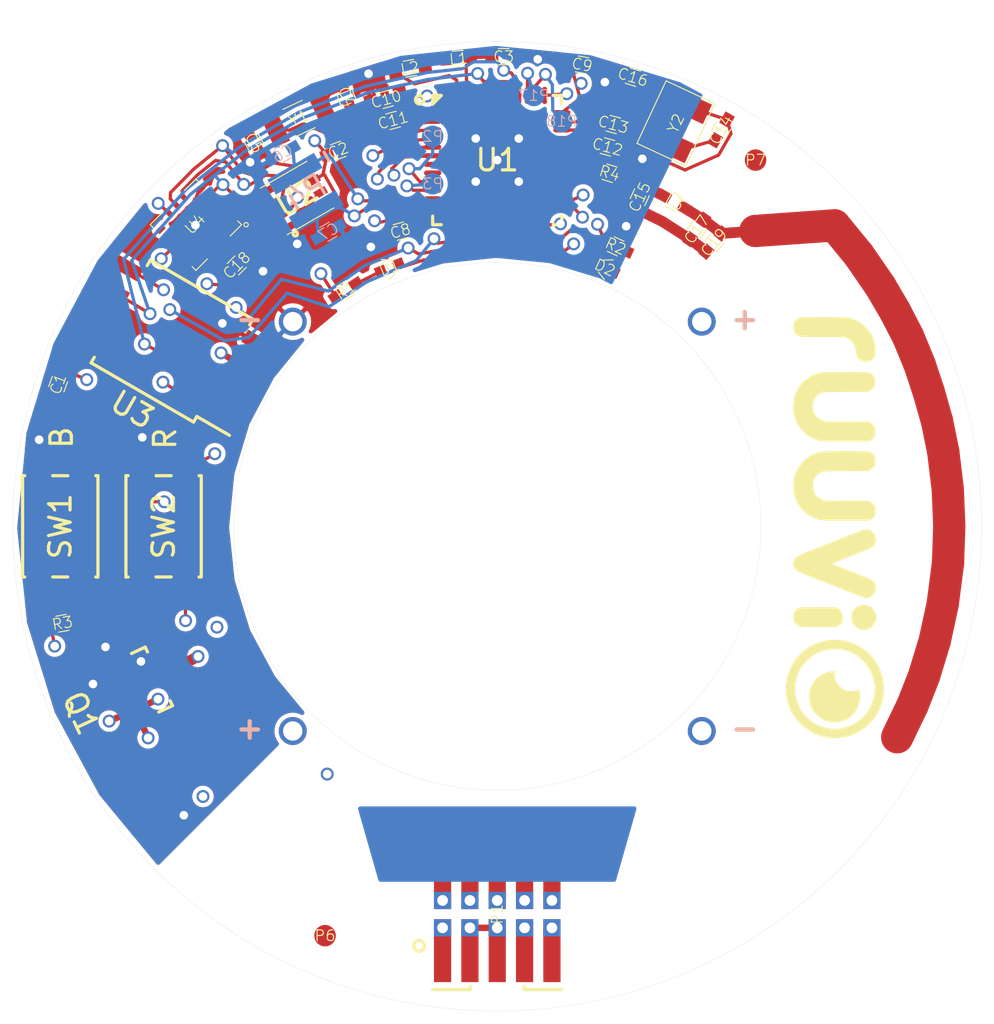
<source format=kicad_pcb>
(kicad_pcb (version 4) (host pcbnew "(2015-09-17 BZR 6202)-product")
  (layers (0 F.Cu signal) (1 In1.Cu signal) (2 In2.Cu signal) (31 B.Cu signal) (34 B.Paste user) (35 F.Paste user) (36 B.SilkS user) (37 F.SilkS user) (38 B.Mask user) (39 F.Mask user) (44 Edge.Cuts user))
  (net 0 "")
  (net 1 VDD)
  (net 2 GND)
  (net 3 "Net-(C3-Pad1)")
  (net 4 "Net-(C4-Pad2)")
  (net 5 "Net-(C5-Pad2)")
  (net 6 "Net-(C6-Pad2)")
  (net 7 "Net-(C7-Pad1)")
  (net 8 "Net-(C11-Pad2)")
  (net 9 "Net-(C12-Pad2)")
  (net 10 "Net-(C13-Pad2)")
  (net 11 /XC1)
  (net 12 /ANTENNA)
  (net 13 /XC2)
  (net 14 "Net-(C17-Pad1)")
  (net 15 /LED1)
  (net 16 "Net-(D1-Pad2)")
  (net 17 /LED3)
  (net 18 "Net-(D2-Pad2)")
  (net 19 "Net-(L1-Pad1)")
  (net 20 "Net-(L2-Pad1)")
  (net 21 /SWDIO)
  (net 22 /SWDCLK)
  (net 23 /SWO)
  (net 24 /RESET)
  (net 25 "Net-(P2-Pad1)")
  (net 26 "Net-(P3-Pad1)")
  (net 27 /BUTTON1)
  (net 28 "Net-(R4-Pad2)")
  (net 29 /SPI_ACC_CS)
  (net 30 /SPI_FLASH_CS)
  (net 31 /SPI_HUMI_CS)
  (net 32 /ACC_INT1)
  (net 33 /SPI_MOSI)
  (net 34 /SPI_MISO)
  (net 35 /SPI_SCK)
  (net 36 "Net-(P1-Pad7)")
  (net 37 "Net-(P1-Pad8)")
  (net 38 "Net-(P17-Pad1)")
  (net 39 "Net-(P18-Pad1)")
  (net 40 "Net-(P8-Pad1)")
  (module RuuviTag:2PIN_2MM_PITCH_SMD_PIN_STRIP (layer B.Cu) (at 13.6 7 210)
    (fp_text reference P4 (at 0 0 210) (layer B.SilkS) (effects (justify mirror)))
    (fp_text value NFC)
    (pad 1 smd rect (at 0 1 210) (size 2.5 0.8) (layers B.Cu B.Mask) (net 6 "Net-(C6-Pad2)"))
    (pad 2 smd rect (at 0 -1 210) (size 2.5 0.8) (layers B.Cu B.Mask) (net 7 "Net-(C7-Pad1)"))
  )
  (module Buttons_Switches_SMD:SW_SPST_EVQP2 (layer F.Cu) (at 7 22.5 90)
    (fp_text reference SW2 (at 0 0 90) (layer F.SilkS))
    (fp_text value SW_PUSH)
    (pad 1 smd rect (at 2.575 -1 90) (size 1.45 0.7) (layers F.Cu F.Paste F.Mask) (net 2 GND))
    (pad 1 smd rect (at -2.575 -1 90) (size 1.45 0.7) (layers F.Cu F.Paste F.Mask) (net 2 GND))
    (pad 2 smd rect (at -2.575 1 90) (size 1.45 0.7) (layers F.Cu F.Paste F.Mask) (net 24 /RESET))
    (pad 2 smd rect (at 2.575 1 90) (size 1.45 0.7) (layers F.Cu F.Paste F.Mask) (net 24 /RESET))
  )
  (module Buttons_Switches_SMD:SW_SPST_EVQP2 (layer F.Cu) (at 2.2 22.5 90)
    (fp_text reference SW1 (at 0 0 90) (layer F.SilkS))
    (fp_text value SW_PUSH)
    (pad 1 smd rect (at 2.575 -1 90) (size 1.45 0.7) (layers F.Cu F.Paste F.Mask) (net 2 GND))
    (pad 1 smd rect (at -2.575 -1 90) (size 1.45 0.7) (layers F.Cu F.Paste F.Mask) (net 2 GND))
    (pad 2 smd rect (at -2.575 1 90) (size 1.45 0.7) (layers F.Cu F.Paste F.Mask) (net 27 /BUTTON1))
    (pad 2 smd rect (at 2.575 1 90) (size 1.45 0.7) (layers F.Cu F.Paste F.Mask) (net 27 /BUTTON1))
  )
  (module RuuviTag:0402_GENERAL (layer F.Cu) (at 15.11 5.06 20)
    (fp_text reference C2 (at 0 0 20) (layer F.SilkS) (effects (font (size 0.5 0.5) (thickness 0.05))))
    (fp_text value 100n)
    (pad 1 smd rect (at -0.55 0 20) (size 0.6 0.5) (layers F.Cu F.Paste F.Mask) (net 1 VDD))
    (pad 2 smd rect (at 0.55 0 20) (size 0.6 0.5) (layers F.Cu F.Paste F.Mask) (net 2 GND))
  )
  (module RuuviTag:0402_GENERAL (layer F.Cu) (at 22.8 0.7)
    (fp_text reference C3 (at 0 0) (layer F.SilkS) (effects (font (size 0.5 0.5) (thickness 0.05))))
    (fp_text value 1u)
    (pad 1 smd rect (at -0.55 0) (size 0.6 0.5) (layers F.Cu F.Paste F.Mask) (net 3 "Net-(C3-Pad1)"))
    (pad 2 smd rect (at 0.55 0) (size 0.6 0.5) (layers F.Cu F.Paste F.Mask) (net 2 GND))
  )
  (module RuuviTag:0402_GENERAL (layer F.Cu) (at 15.49 2.57 110)
    (fp_text reference C4 (at 0 0 110) (layer F.SilkS) (effects (font (size 0.5 0.5) (thickness 0.05))))
    (fp_text value 12p)
    (pad 1 smd rect (at -0.55 0 110) (size 0.6 0.5) (layers F.Cu F.Paste F.Mask) (net 2 GND))
    (pad 2 smd rect (at 0.55 0 110) (size 0.6 0.5) (layers F.Cu F.Paste F.Mask) (net 4 "Net-(C4-Pad2)"))
  )
  (module RuuviTag:0402_GENERAL (layer F.Cu) (at 11.2 4.7 120)
    (fp_text reference C5 (at 0 0 120) (layer F.SilkS) (effects (font (size 0.5 0.5) (thickness 0.05))))
    (fp_text value 12p)
    (pad 1 smd rect (at -0.55 0 120) (size 0.6 0.5) (layers F.Cu F.Paste F.Mask) (net 2 GND))
    (pad 2 smd rect (at 0.55 0 120) (size 0.6 0.5) (layers F.Cu F.Paste F.Mask) (net 5 "Net-(C5-Pad2)"))
  )
  (module RuuviTag:0402_GENERAL (layer B.Cu) (at 12.53 5.19 30)
    (fp_text reference C6 (at 0 0 30) (layer B.SilkS) (effects (font (size 0.5 0.5) (thickness 0.05)) (justify mirror)))
    (fp_text value NFCTUN1)
    (pad 1 smd rect (at -0.55 0 30) (size 0.6 0.5) (layers B.Cu B.Paste B.Mask) (net 2 GND))
    (pad 2 smd rect (at 0.55 0 30) (size 0.6 0.5) (layers B.Cu B.Paste B.Mask) (net 6 "Net-(C6-Pad2)"))
  )
  (module RuuviTag:0402_GENERAL (layer B.Cu) (at 14.66 8.83 30)
    (fp_text reference C7 (at 0 0 30) (layer B.SilkS) (effects (font (size 0.5 0.5) (thickness 0.05)) (justify mirror)))
    (fp_text value NFCTUN2)
    (pad 1 smd rect (at -0.55 0 30) (size 0.6 0.5) (layers B.Cu B.Paste B.Mask) (net 7 "Net-(C7-Pad1)"))
    (pad 2 smd rect (at 0.55 0 30) (size 0.6 0.5) (layers B.Cu B.Paste B.Mask) (net 2 GND))
  )
  (module RuuviTag:0402_GENERAL (layer F.Cu) (at 18 8.8 15)
    (fp_text reference C8 (at 0 0 15) (layer F.SilkS) (effects (font (size 0.5 0.5) (thickness 0.05))))
    (fp_text value 100n)
    (pad 1 smd rect (at -0.55 0 15) (size 0.6 0.5) (layers F.Cu F.Paste F.Mask) (net 2 GND))
    (pad 2 smd rect (at 0.55 0 15) (size 0.6 0.5) (layers F.Cu F.Paste F.Mask) (net 1 VDD))
  )
  (module RuuviTag:0402_GENERAL (layer F.Cu) (at 26.44 1.08 170)
    (fp_text reference C9 (at 0 0 170) (layer F.SilkS) (effects (font (size 0.5 0.5) (thickness 0.05))))
    (fp_text value 100n)
    (pad 1 smd rect (at -0.55 0 170) (size 0.6 0.5) (layers F.Cu F.Paste F.Mask) (net 2 GND))
    (pad 2 smd rect (at 0.55 0 170) (size 0.6 0.5) (layers F.Cu F.Paste F.Mask) (net 1 VDD))
  )
  (module RuuviTag:0402_GENERAL (layer F.Cu) (at 17.66 3.66 15)
    (fp_text reference C11 (at 0 0 15) (layer F.SilkS) (effects (font (size 0.5 0.5) (thickness 0.05))))
    (fp_text value 100n)
    (pad 1 smd rect (at -0.55 0 15) (size 0.6 0.5) (layers F.Cu F.Paste F.Mask) (net 2 GND))
    (pad 2 smd rect (at 0.55 0 15) (size 0.6 0.5) (layers F.Cu F.Paste F.Mask) (net 8 "Net-(C11-Pad2)"))
  )
  (module RuuviTag:0402_GENERAL (layer F.Cu) (at 27.62 4.89 165)
    (fp_text reference C12 (at 0 0 165) (layer F.SilkS) (effects (font (size 0.5 0.5) (thickness 0.05))))
    (fp_text value 100p)
    (pad 1 smd rect (at -0.55 0 165) (size 0.6 0.5) (layers F.Cu F.Paste F.Mask) (net 2 GND))
    (pad 2 smd rect (at 0.55 0 165) (size 0.6 0.5) (layers F.Cu F.Paste F.Mask) (net 9 "Net-(C12-Pad2)"))
  )
  (module RuuviTag:0402_GENERAL (layer F.Cu) (at 27.89 3.85 165)
    (fp_text reference C13 (at 0 0 165) (layer F.SilkS) (effects (font (size 0.5 0.5) (thickness 0.05))))
    (fp_text value 100p)
    (pad 1 smd rect (at -0.55 0 165) (size 0.6 0.5) (layers F.Cu F.Paste F.Mask) (net 2 GND))
    (pad 2 smd rect (at 0.55 0 165) (size 0.6 0.5) (layers F.Cu F.Paste F.Mask) (net 10 "Net-(C13-Pad2)"))
  )
  (module RuuviTag:0402_GENERAL (layer F.Cu) (at 32.9 4.1 240)
    (fp_text reference C14 (at 0 0 240) (layer F.SilkS) (effects (font (size 0.5 0.5) (thickness 0.05))))
    (fp_text value 12p)
    (pad 1 smd rect (at -0.55 0 240) (size 0.6 0.5) (layers F.Cu F.Paste F.Mask) (net 2 GND))
    (pad 2 smd rect (at 0.55 0 240) (size 0.6 0.5) (layers F.Cu F.Paste F.Mask) (net 11 /XC1))
  )
  (module RuuviTag:0402_GENERAL (layer F.Cu) (at 29.12 7.22 245)
    (fp_text reference C15 (at 0 0 245) (layer F.SilkS) (effects (font (size 0.5 0.5) (thickness 0.05))))
    (fp_text value 0p8)
    (pad 1 smd rect (at -0.55 0 245) (size 0.6 0.5) (layers F.Cu F.Paste F.Mask) (net 12 /ANTENNA))
    (pad 2 smd rect (at 0.55 0 245) (size 0.6 0.5) (layers F.Cu F.Paste F.Mask) (net 2 GND))
  )
  (module RuuviTag:0402_GENERAL (layer F.Cu) (at 28.8 1.65 343)
    (fp_text reference C16 (at 0 0 343) (layer F.SilkS) (effects (font (size 0.5 0.5) (thickness 0.05))))
    (fp_text value 12p)
    (pad 1 smd rect (at -0.55 0 343) (size 0.6 0.5) (layers F.Cu F.Paste F.Mask) (net 2 GND))
    (pad 2 smd rect (at 0.55 0 343) (size 0.6 0.5) (layers F.Cu F.Paste F.Mask) (net 13 /XC2))
  )
  (module RuuviTag:0402_GENERAL (layer F.Cu) (at 31.77 8.72 235)
    (fp_text reference C17 (at 0 0 235) (layer F.SilkS) (effects (font (size 0.5 0.5) (thickness 0.05))))
    (fp_text value 1p2)
    (pad 1 smd rect (at -0.55 0 235) (size 0.6 0.5) (layers F.Cu F.Paste F.Mask) (net 14 "Net-(C17-Pad1)"))
    (pad 2 smd rect (at 0.55 0 235) (size 0.6 0.5) (layers F.Cu F.Paste F.Mask) (net 2 GND))
  )
  (module RuuviTag:0402_GENERAL (layer F.Cu) (at 32.57 9.33 230)
    (fp_text reference C19 (at 0 0 230) (layer F.SilkS) (effects (font (size 0.5 0.5) (thickness 0.05))))
    (fp_text value 1p2)
    (pad 1 smd rect (at -0.55 0 230) (size 0.6 0.5) (layers F.Cu F.Paste F.Mask) (net 14 "Net-(C17-Pad1)"))
    (pad 2 smd rect (at 0.55 0 230) (size 0.6 0.5) (layers F.Cu F.Paste F.Mask) (net 2 GND))
  )
  (module RuuviTag:0402_LED (layer F.Cu) (at 17.5 10.5 202)
    (fp_text reference D1 (at 0 0 202) (layer F.SilkS) (effects (font (size 0.5 0.5) (thickness 0.05))))
    (fp_text value LED1)
    (pad 1 smd rect (at -0.45 0 202) (size 0.5 0.5) (layers F.Cu F.Paste F.Mask) (net 15 /LED1))
    (pad 2 smd rect (at 0.45 0 202) (size 0.5 0.5) (layers F.Cu F.Paste F.Mask) (net 16 "Net-(D1-Pad2)"))
  )
  (module RuuviTag:0402_LED (layer F.Cu) (at 27.5 10.5 335)
    (fp_text reference D2 (at 0 0 335) (layer F.SilkS) (effects (font (size 0.5 0.5) (thickness 0.05))))
    (fp_text value LED3)
    (pad 1 smd rect (at -0.45 0 335) (size 0.5 0.5) (layers F.Cu F.Paste F.Mask) (net 17 /LED3))
    (pad 2 smd rect (at 0.45 0 335) (size 0.5 0.5) (layers F.Cu F.Paste F.Mask) (net 18 "Net-(D2-Pad2)"))
  )
  (module RuuviTag:0402_GENERAL (layer F.Cu) (at 20.7 0.8 5)
    (fp_text reference L1 (at 0 0 5) (layer F.SilkS) (effects (font (size 0.5 0.5) (thickness 0.05))))
    (fp_text value 15n)
    (pad 1 smd rect (at -0.55 0 5) (size 0.6 0.5) (layers F.Cu F.Paste F.Mask) (net 19 "Net-(L1-Pad1)"))
    (pad 2 smd rect (at 0.55 0 5) (size 0.6 0.5) (layers F.Cu F.Paste F.Mask) (net 3 "Net-(C3-Pad1)"))
  )
  (module RuuviTag:0603_GENERAL (layer F.Cu) (at 18.44 1.24 10)
    (fp_text reference L2 (at 0 0 10) (layer F.SilkS) (effects (font (size 0.5 0.5) (thickness 0.05))))
    (fp_text value 10u)
    (pad 1 smd rect (at -0.7 0 10) (size 0.6 0.8) (layers F.Cu F.Paste F.Mask) (net 20 "Net-(L2-Pad1)"))
    (pad 2 smd rect (at 0.7 0 10) (size 0.6 0.8) (layers F.Cu F.Paste F.Mask) (net 19 "Net-(L1-Pad1)"))
  )
  (module RuuviTag:0402_GENERAL (layer F.Cu) (at 30.73 7.45 330)
    (fp_text reference L3 (at 0 0 330) (layer F.SilkS) (effects (font (size 0.5 0.5) (thickness 0.05))))
    (fp_text value 3n9)
    (pad 1 smd rect (at -0.55 0 330) (size 0.6 0.5) (layers F.Cu F.Paste F.Mask) (net 12 /ANTENNA))
    (pad 2 smd rect (at 0.55 0 330) (size 0.6 0.5) (layers F.Cu F.Paste F.Mask) (net 14 "Net-(C17-Pad1)"))
  )
  (module RuuviTag:FIDUCIAL_1MM (layer F.Cu) (at 14.5 41.5)
    (fp_text reference P6 (at 0 0) (layer F.SilkS) (effects (font (size 0.5 0.5) (thickness 0.05))))
    (fp_text value FIDUCIAL)
    (pad 1 smd circle (at 0 0) (size 1 1) (layers F.Cu F.Mask) (clearance 0.5))
  )
  (module RuuviTag:FIDUCIAL_1MM (layer F.Cu) (at 34.5 5.5)
    (fp_text reference P7 (at 0 0) (layer F.SilkS) (effects (font (size 0.5 0.5) (thickness 0.05))))
    (fp_text value FIDUCIAL)
    (pad 1 smd circle (at 0 0) (size 1 1) (layers F.Cu F.Mask) (clearance 0.5))
  )
  (module Housings_SOT-23_SOT-143_TSOT-6:SOT-23 (layer F.Cu) (at 6.19 29.74 295)
    (fp_text reference Q1 (at 0.015487 3.350457 295) (layer F.SilkS))
    (fp_text value Q_PMOS_GSD)
    (pad 1 smd rect (at -0.95 1.00076 295) (size 0.8001 0.8001) (layers F.Cu F.Paste F.Mask) (net 2 GND))
    (pad 2 smd rect (at 0.95 1.00076 295) (size 0.8001 0.8001) (layers F.Cu F.Paste F.Mask) (net 1 VDD))
    (pad 3 smd rect (at 0 -0.99822 295) (size 0.8001 0.8001) (layers F.Cu F.Paste F.Mask) (net 40 "Net-(P8-Pad1)"))
  )
  (module RuuviTag:0402_GENERAL (layer F.Cu) (at 15.46 11.55 213)
    (fp_text reference R1 (at 0 0 213) (layer F.SilkS) (effects (font (size 0.5 0.5) (thickness 0.05))))
    (fp_text value 470)
    (pad 1 smd rect (at -0.55 0 213) (size 0.6 0.5) (layers F.Cu F.Paste F.Mask) (net 16 "Net-(D1-Pad2)"))
    (pad 2 smd rect (at 0.55 0 213) (size 0.6 0.5) (layers F.Cu F.Paste F.Mask) (net 1 VDD))
  )
  (module RuuviTag:0402_GENERAL (layer F.Cu) (at 28 9.5 155)
    (fp_text reference R2 (at 0 0 155) (layer F.SilkS) (effects (font (size 0.5 0.5) (thickness 0.05))))
    (fp_text value 470)
    (pad 1 smd rect (at -0.55 0 155) (size 0.6 0.5) (layers F.Cu F.Paste F.Mask) (net 18 "Net-(D2-Pad2)"))
    (pad 2 smd rect (at 0.55 0 155) (size 0.6 0.5) (layers F.Cu F.Paste F.Mask) (net 1 VDD))
  )
  (module RuuviTag:0402_GENERAL (layer F.Cu) (at 2.3 27 190)
    (fp_text reference R3 (at 0 0 190) (layer F.SilkS) (effects (font (size 0.5 0.5) (thickness 0.05))))
    (fp_text value 100k)
    (pad 1 smd rect (at -0.55 0 190) (size 0.6 0.5) (layers F.Cu F.Paste F.Mask) (net 27 /BUTTON1))
    (pad 2 smd rect (at 0.55 0 190) (size 0.6 0.5) (layers F.Cu F.Paste F.Mask) (net 1 VDD))
  )
  (module RuuviTag:0603_GENERAL (layer F.Cu) (at 27.72 6.11 163)
    (fp_text reference R4 (at 0 0 163) (layer F.SilkS) (effects (font (size 0.5 0.5) (thickness 0.05))))
    (fp_text value 0)
    (pad 1 smd rect (at -0.7 0 163) (size 0.6 0.8) (layers F.Cu F.Paste F.Mask) (net 12 /ANTENNA))
    (pad 2 smd rect (at 0.7 0 163) (size 0.6 0.8) (layers F.Cu F.Paste F.Mask) (net 28 "Net-(R4-Pad2)"))
  )
  (module RuuviTag:QFN-48_6X6MM_BOTPAD (layer F.Cu) (at 22.5 5.5)
    (fp_text reference U1 (at 0 0) (layer F.SilkS))
    (fp_text value nRF52832)
    (pad 1 smd oval (at -3 -2.2 90) (size 0.24 0.8) (layers F.Cu F.Paste F.Mask) (net 8 "Net-(C11-Pad2)"))
    (pad 2 smd oval (at -3 -1.8 90) (size 0.24 0.8) (layers F.Cu F.Paste F.Mask) (net 4 "Net-(C4-Pad2)"))
    (pad 3 smd oval (at -3 -1.4 90) (size 0.24 0.8) (layers F.Cu F.Paste F.Mask) (net 5 "Net-(C5-Pad2)"))
    (pad 4 smd oval (at -3 -1 90) (size 0.24 0.8) (layers F.Cu F.Paste F.Mask) (net 32 /ACC_INT1))
    (pad 5 smd oval (at -3 -0.6 90) (size 0.24 0.8) (layers F.Cu F.Paste F.Mask) (net 31 /SPI_HUMI_CS))
    (pad 6 smd oval (at -3 -0.2 90) (size 0.24 0.8) (layers F.Cu F.Paste F.Mask) (net 30 /SPI_FLASH_CS))
    (pad 7 smd oval (at -3 0.2 90) (size 0.24 0.8) (layers F.Cu F.Paste F.Mask))
    (pad 8 smd oval (at -3 0.6 90) (size 0.24 0.8) (layers F.Cu F.Paste F.Mask))
    (pad 9 smd oval (at -3 1 90) (size 0.24 0.8) (layers F.Cu F.Paste F.Mask) (net 25 "Net-(P2-Pad1)"))
    (pad 10 smd oval (at -3 1.4 90) (size 0.24 0.8) (layers F.Cu F.Paste F.Mask) (net 26 "Net-(P3-Pad1)"))
    (pad 11 smd oval (at -3 1.8 90) (size 0.24 0.8) (layers F.Cu F.Paste F.Mask) (net 6 "Net-(C6-Pad2)"))
    (pad 12 smd oval (at -3 2.2 90) (size 0.24 0.8) (layers F.Cu F.Paste F.Mask) (net 7 "Net-(C7-Pad1)"))
    (pad 13 smd oval (at -2.2 3) (size 0.24 0.8) (layers F.Cu F.Paste F.Mask) (net 1 VDD))
    (pad 14 smd oval (at -1.8 3) (size 0.24 0.8) (layers F.Cu F.Paste F.Mask) (net 29 /SPI_ACC_CS))
    (pad 15 smd oval (at -1.4 3) (size 0.24 0.8) (layers F.Cu F.Paste F.Mask))
    (pad 16 smd oval (at -1 3) (size 0.24 0.8) (layers F.Cu F.Paste F.Mask) (net 27 /BUTTON1))
    (pad 17 smd oval (at -0.6 3) (size 0.24 0.8) (layers F.Cu F.Paste F.Mask))
    (pad 18 smd oval (at -0.2 3) (size 0.24 0.8) (layers F.Cu F.Paste F.Mask))
    (pad 19 smd oval (at 0.2 3) (size 0.24 0.8) (layers F.Cu F.Paste F.Mask))
    (pad 20 smd oval (at 0.6 3) (size 0.24 0.8) (layers F.Cu F.Paste F.Mask) (net 15 /LED1))
    (pad 21 smd oval (at 1 3) (size 0.24 0.8) (layers F.Cu F.Paste F.Mask) (net 23 /SWO))
    (pad 22 smd oval (at 1.4 3) (size 0.24 0.8) (layers F.Cu F.Paste F.Mask) (net 17 /LED3))
    (pad 23 smd oval (at 1.8 3) (size 0.24 0.8) (layers F.Cu F.Paste F.Mask))
    (pad 24 smd oval (at 2.2 3) (size 0.24 0.8) (layers F.Cu F.Paste F.Mask) (net 24 /RESET))
    (pad 25 smd oval (at 3 2.2 90) (size 0.24 0.8) (layers F.Cu F.Paste F.Mask) (net 22 /SWDCLK))
    (pad 26 smd oval (at 3 1.8 90) (size 0.24 0.8) (layers F.Cu F.Paste F.Mask) (net 21 /SWDIO))
    (pad 27 smd oval (at 3 1.4 90) (size 0.24 0.8) (layers F.Cu F.Paste F.Mask))
    (pad 28 smd oval (at 3 1 90) (size 0.24 0.8) (layers F.Cu F.Paste F.Mask))
    (pad 29 smd oval (at 3 0.6 90) (size 0.24 0.8) (layers F.Cu F.Paste F.Mask))
    (pad 30 smd oval (at 3 0.2 90) (size 0.24 0.8) (layers F.Cu F.Paste F.Mask) (net 28 "Net-(R4-Pad2)"))
    (pad 31 smd oval (at 3 -0.2 90) (size 0.24 0.8) (layers F.Cu F.Paste F.Mask) (net 2 GND))
    (pad 32 smd oval (at 3 -0.6 90) (size 0.24 0.8) (layers F.Cu F.Paste F.Mask) (net 9 "Net-(C12-Pad2)"))
    (pad 33 smd oval (at 3 -1 90) (size 0.24 0.8) (layers F.Cu F.Paste F.Mask) (net 10 "Net-(C13-Pad2)"))
    (pad 34 smd oval (at 3 -1.4 90) (size 0.24 0.8) (layers F.Cu F.Paste F.Mask) (net 11 /XC1))
    (pad 35 smd oval (at 3 -1.8 90) (size 0.24 0.8) (layers F.Cu F.Paste F.Mask) (net 13 /XC2))
    (pad 36 smd oval (at 3 -2.2 90) (size 0.24 0.8) (layers F.Cu F.Paste F.Mask) (net 1 VDD))
    (pad 37 smd oval (at 2.2 -3) (size 0.24 0.8) (layers F.Cu F.Paste F.Mask) (net 33 /SPI_MOSI))
    (pad 38 smd oval (at 1.8 -3) (size 0.24 0.8) (layers F.Cu F.Paste F.Mask) (net 39 "Net-(P18-Pad1)"))
    (pad 39 smd oval (at 1.4 -3) (size 0.24 0.8) (layers F.Cu F.Paste F.Mask) (net 38 "Net-(P17-Pad1)"))
    (pad 40 smd oval (at 1 -3) (size 0.24 0.8) (layers F.Cu F.Paste F.Mask) (net 34 /SPI_MISO))
    (pad 41 smd oval (at 0.6 -3) (size 0.24 0.8) (layers F.Cu F.Paste F.Mask) (net 35 /SPI_SCK))
    (pad 42 smd oval (at 0.2 -3) (size 0.24 0.8) (layers F.Cu F.Paste F.Mask))
    (pad 43 smd oval (at -0.2 -3) (size 0.24 0.8) (layers F.Cu F.Paste F.Mask))
    (pad 44 smd oval (at -0.6 -3) (size 0.24 0.8) (layers F.Cu F.Paste F.Mask))
    (pad 45 smd oval (at -1 -3) (size 0.24 0.8) (layers F.Cu F.Paste F.Mask) (net 2 GND))
    (pad 46 smd oval (at -1.4 -3) (size 0.24 0.8) (layers F.Cu F.Paste F.Mask) (net 3 "Net-(C3-Pad1)"))
    (pad 47 smd oval (at -1.8 -3) (size 0.24 0.8) (layers F.Cu F.Paste F.Mask) (net 20 "Net-(L2-Pad1)"))
    (pad 48 smd oval (at -2.2 -3) (size 0.24 0.8) (layers F.Cu F.Paste F.Mask) (net 1 VDD))
    (pad 49 smd rect (at 0 0) (size 4.4 4.4) (layers F.Cu F.Mask) (net 2 GND))
  )
  (module RuuviTag:BME280 (layer F.Cu) (at 13.2 7.26 210)
    (fp_text reference U2 (at 0 0 210) (layer F.SilkS))
    (fp_text value BME280)
    (pad 1 smd rect (at 1.075 -0.975 210) (size 0.6 0.35) (layers F.Cu F.Paste F.Mask) (net 2 GND))
    (pad 2 smd rect (at 1.075 -0.325 210) (size 0.6 0.35) (layers F.Cu F.Paste F.Mask) (net 31 /SPI_HUMI_CS))
    (pad 3 smd rect (at 1.075 0.325 210) (size 0.6 0.35) (layers F.Cu F.Paste F.Mask) (net 33 /SPI_MOSI))
    (pad 4 smd rect (at 1.075 0.975 210) (size 0.6 0.35) (layers F.Cu F.Paste F.Mask) (net 35 /SPI_SCK))
    (pad 5 smd rect (at -1.075 0.975 210) (size 0.6 0.35) (layers F.Cu F.Paste F.Mask) (net 34 /SPI_MISO))
    (pad 6 smd rect (at -1.075 0.325 210) (size 0.6 0.35) (layers F.Cu F.Paste F.Mask) (net 1 VDD))
    (pad 7 smd rect (at -1.075 -0.325 210) (size 0.6 0.35) (layers F.Cu F.Paste F.Mask) (net 2 GND))
    (pad 8 smd rect (at -1.075 -0.975 210) (size 0.6 0.35) (layers F.Cu F.Paste F.Mask) (net 1 VDD))
  )
  (module RuuviTag:LGA16_3X3MM (layer F.Cu) (at 8.5 8.5 225)
    (fp_text reference U4 (at 0 0.05 225) (layer F.SilkS) (effects (font (size 0.5 0.5) (thickness 0.05))))
    (fp_text value ADXL363)
    (pad 1 smd rect (at -1.3 -1 225) (size 0.4 0.25) (layers F.Cu F.Paste F.Mask) (net 1 VDD))
    (pad 2 smd rect (at -1.3 -0.5 225) (size 0.4 0.25) (layers F.Cu F.Paste F.Mask))
    (pad 3 smd rect (at -1.3 0 225) (size 0.4 0.25) (layers F.Cu F.Paste F.Mask))
    (pad 4 smd rect (at -1.3 0.5 225) (size 0.4 0.25) (layers F.Cu F.Paste F.Mask) (net 35 /SPI_SCK))
    (pad 5 smd rect (at -1.3 1 225) (size 0.4 0.25) (layers F.Cu F.Paste F.Mask) (net 2 GND))
    (pad 6 smd rect (at -0.5 1.3 315) (size 0.4 0.25) (layers F.Cu F.Paste F.Mask) (net 33 /SPI_MOSI))
    (pad 7 smd rect (at 0 1.3 315) (size 0.4 0.25) (layers F.Cu F.Paste F.Mask) (net 34 /SPI_MISO))
    (pad 8 smd rect (at 0.5 1.3 315) (size 0.4 0.25) (layers F.Cu F.Paste F.Mask) (net 29 /SPI_ACC_CS))
    (pad 9 smd rect (at 1.3 1 225) (size 0.4 0.25) (layers F.Cu F.Paste F.Mask))
    (pad 10 smd rect (at 1.3 0.5 225) (size 0.4 0.25) (layers F.Cu F.Paste F.Mask) (net 2 GND))
    (pad 11 smd rect (at 1.3 0 225) (size 0.4 0.25) (layers F.Cu F.Paste F.Mask) (net 32 /ACC_INT1))
    (pad 12 smd rect (at 1.3 -0.5 225) (size 0.4 0.25) (layers F.Cu F.Paste F.Mask) (net 2 GND))
    (pad 13 smd rect (at 1.3 -1 225) (size 0.4 0.25) (layers F.Cu F.Paste F.Mask) (net 2 GND))
    (pad 14 smd rect (at 0.5 -1.3 315) (size 0.4 0.25) (layers F.Cu F.Paste F.Mask) (net 1 VDD))
    (pad 15 smd rect (at 0 -1.3 315) (size 0.4 0.25) (layers F.Cu F.Paste F.Mask) (net 1 VDD))
    (pad 16 smd rect (at -0.5 -1.3 315) (size 0.4 0.25) (layers F.Cu F.Paste F.Mask) (net 2 GND))
  )
  (module RuuviTag:32X15MM_2PIN_CRYSTAL (layer F.Cu) (at 13.29 3.57 205)
    (fp_text reference Y1 (at 0 0 205) (layer F.SilkS) (effects (font (size 0.5 0.5) (thickness 0.05))))
    (fp_text value 32K)
    (pad 1 smd rect (at -1.2 0 205) (size 0.8 1.5) (layers F.Cu F.Paste F.Mask) (net 4 "Net-(C4-Pad2)"))
    (pad 2 smd rect (at 1.2 0 205) (size 0.8 1.5) (layers F.Cu F.Paste F.Mask) (net 5 "Net-(C5-Pad2)"))
  )
  (module RuuviTag:32X25MM_4PIN_CRYSTAL (layer F.Cu) (at 30.8 3.8 65)
    (fp_text reference Y2 (at 0 0 65) (layer F.SilkS) (effects (font (size 0.5 0.5) (thickness 0.05))))
    (fp_text value 32M)
    (pad 4 smd rect (at -1 -0.75 65) (size 1 0.8) (layers F.Cu F.Paste F.Mask) (net 2 GND))
    (pad 1 smd rect (at -1 0.75 65) (size 1 0.8) (layers F.Cu F.Paste F.Mask) (net 11 /XC1))
    (pad 2 smd rect (at 1 0.75 65) (size 1 0.8) (layers F.Cu F.Paste F.Mask) (net 2 GND))
    (pad 3 smd rect (at 1 -0.75 65) (size 1 0.8) (layers F.Cu F.Paste F.Mask) (net 13 /XC2))
  )
  (module RuuviTag:FIDUCIAL_1MM (layer B.Cu) (at 19.5 4.4)
    (fp_text reference P2 (at 0 0) (layer B.SilkS) (effects (font (size 0.5 0.5) (thickness 0.05)) (justify mirror)))
    (fp_text value UART_TX)
    (pad 1 smd circle (at 0 0) (size 1 1) (layers B.Cu B.Mask) (net 25 "Net-(P2-Pad1)"))
  )
  (module RuuviTag:FIDUCIAL_1MM (layer B.Cu) (at 19.5 6.6)
    (fp_text reference P3 (at 0 0) (layer B.SilkS) (effects (font (size 0.5 0.5) (thickness 0.05)) (justify mirror)))
    (fp_text value UART_RX)
    (pad 1 smd circle (at 0 0) (size 1 1) (layers B.Cu B.Mask) (net 26 "Net-(P3-Pad1)"))
  )
  (module RuuviTag:FIDUCIAL_1MM (layer B.Cu) (at 24.2 2.5)
    (fp_text reference P17 (at 0 0) (layer B.SilkS) (effects (font (size 0.5 0.5) (thickness 0.05)) (justify mirror)))
    (fp_text value I2C_SCL)
    (pad 1 smd circle (at 0 0) (size 1 1) (layers B.Cu B.Mask) (net 38 "Net-(P17-Pad1)"))
  )
  (module RuuviTag:FIDUCIAL_1MM (layer B.Cu) (at 25.5 3.7)
    (fp_text reference P18 (at 0 0) (layer B.SilkS) (effects (font (size 0.5 0.5) (thickness 0.05)) (justify mirror)))
    (fp_text value I2C_SDA)
    (pad 1 smd circle (at 0 0) (size 1 1) (layers B.Cu B.Mask) (net 39 "Net-(P18-Pad1)"))
  )
  (module RuuviTag:09MM_PLATED_HOLE (layer F.Cu) (at 32 13)
    (fp_text reference P8 hide)
    (fp_text value +BATT)
    (pad 1 thru_hole circle (at 0 0) (size 1.3 1.3) (drill 0.9) (layers *.Cu *.Mask) (net 40 "Net-(P8-Pad1)"))
  )
  (module RuuviTag:09MM_PLATED_HOLE (layer F.Cu) (at 13 32)
    (fp_text reference P9 hide)
    (fp_text value +BATT)
    (pad 1 thru_hole circle (at 0 0) (size 1.3 1.3) (drill 0.9) (layers *.Cu *.Mask) (net 40 "Net-(P8-Pad1)"))
  )
  (module RuuviTag:09MM_PLATED_HOLE (layer F.Cu) (at 32 32)
    (fp_text reference P11 hide)
    (fp_text value GND)
    (pad 1 thru_hole circle (at 0 0) (size 1.3 1.3) (drill 0.9) (layers *.Cu *.Mask) (net 2 GND))
  )
  (module RuuviTag:09MM_PLATED_HOLE (layer F.Cu) (at 13 13)
    (fp_text reference P12 hide)
    (fp_text value GND)
    (pad 1 thru_hole circle (at 0 0) (size 1.3 1.3) (drill 0.9) (layers *.Cu *.Mask) (net 2 GND))
  )
  (module Ruuvi:RUUVILOGOSILK20MM (layer F.Cu) (at 38.19 22.56 270)
    (fp_text reference G*** hide)
    (fp_text value RUUVILOGOSILK20MM hide)
  )
  (module RuuviTag:0603_GENERAL (layer F.Cu) (at 2.1 15.9 250)
    (fp_text reference C1 (at 0 0 250) (layer F.SilkS) (effects (font (size 0.5 0.5) (thickness 0.05))))
    (fp_text value 4u7)
    (pad 1 smd rect (at -0.7 0 250) (size 0.6 0.8) (layers F.Cu F.Paste F.Mask) (net 1 VDD))
    (pad 2 smd rect (at 0.7 0 250) (size 0.6 0.8) (layers F.Cu F.Paste F.Mask) (net 2 GND))
  )
  (module RuuviTag:0603_GENERAL (layer F.Cu) (at 10.4 10.39 45)
    (fp_text reference C18 (at 0 0 45) (layer F.SilkS) (effects (font (size 0.5 0.5) (thickness 0.05))))
    (fp_text value 4u7)
    (pad 1 smd rect (at -0.7 0 45) (size 0.6 0.8) (layers F.Cu F.Paste F.Mask) (net 1 VDD))
    (pad 2 smd rect (at 0.7 0 45) (size 0.6 0.8) (layers F.Cu F.Paste F.Mask) (net 2 GND))
  )
  (module RuuviTag:0603_GENERAL (layer F.Cu) (at 17.34 2.68 15)
    (fp_text reference C10 (at 0 0 15) (layer F.SilkS) (effects (font (size 0.5 0.5) (thickness 0.05))))
    (fp_text value 4u7)
    (pad 1 smd rect (at -0.7 0 15) (size 0.6 0.8) (layers F.Cu F.Paste F.Mask) (net 2 GND))
    (pad 2 smd rect (at 0.7 0 15) (size 0.6 0.8) (layers F.Cu F.Paste F.Mask) (net 1 VDD))
  )
  (module Housings_SOIC:SOIJ-8_5.3x5.3mm_Pitch1.27mm (layer F.Cu) (at 7.39 13.9 150)
    (fp_text reference U3 (at 0 -3.68 150) (layer F.SilkS))
    (fp_text value GENERIC_DATAFLASH)
    (pad 1 smd rect (at -3.65 -1.905 150) (size 1.7 0.65) (layers F.Cu F.Paste F.Mask) (net 30 /SPI_FLASH_CS))
    (pad 2 smd rect (at -3.65 -0.635 150) (size 1.7 0.65) (layers F.Cu F.Paste F.Mask) (net 34 /SPI_MISO))
    (pad 3 smd rect (at -3.65 0.635 150) (size 1.7 0.65) (layers F.Cu F.Paste F.Mask) (net 1 VDD))
    (pad 4 smd rect (at -3.65 1.905 150) (size 1.7 0.65) (layers F.Cu F.Paste F.Mask) (net 2 GND))
    (pad 5 smd rect (at 3.65 1.905 150) (size 1.7 0.65) (layers F.Cu F.Paste F.Mask) (net 33 /SPI_MOSI))
    (pad 6 smd rect (at 3.65 0.635 150) (size 1.7 0.65) (layers F.Cu F.Paste F.Mask) (net 35 /SPI_SCK))
    (pad 7 smd rect (at 3.65 -0.635 150) (size 1.7 0.65) (layers F.Cu F.Paste F.Mask) (net 1 VDD))
    (pad 8 smd rect (at 3.65 -1.905 150) (size 1.7 0.65) (layers F.Cu F.Paste F.Mask) (net 1 VDD))
  )
  (module RuuviTag:ARM_DEBUG_CONNECTOR_10PIN_ALSO_SMD (layer F.Cu) (at 22.5 40.5 90)
    (fp_text reference P1 (at 0 0 90) (layer F.SilkS) (effects (font (size 0.5 0.5) (thickness 0.05))))
    (fp_text value ARM_DEBUG)
    (pad 1 thru_hole rect (at -0.635 -2.54 90) (size 0.8 0.8) (drill 0.5) (layers *.Cu *.Mask) (net 1 VDD))
    (pad 2 thru_hole rect (at 0.635 -2.54 90) (size 0.8 0.8) (drill 0.5) (layers *.Cu *.Mask) (net 21 /SWDIO))
    (pad 3 thru_hole rect (at -0.635 -1.27 90) (size 0.8 0.8) (drill 0.5) (layers *.Cu *.Mask) (net 2 GND))
    (pad 4 thru_hole rect (at 0.635 -1.27 90) (size 0.8 0.8) (drill 0.5) (layers *.Cu *.Mask) (net 22 /SWDCLK))
    (pad 5 thru_hole rect (at -0.635 0 90) (size 0.8 0.8) (drill 0.5) (layers *.Cu *.Mask) (net 2 GND))
    (pad 6 thru_hole rect (at 0.635 0 90) (size 0.8 0.8) (drill 0.5) (layers *.Cu *.Mask) (net 23 /SWO))
    (pad 7 thru_hole rect (at -0.635 1.27 90) (size 0.8 0.8) (drill 0.5) (layers *.Cu *.Mask) (net 36 "Net-(P1-Pad7)"))
    (pad 8 thru_hole rect (at 0.635 1.27 90) (size 0.8 0.8) (drill 0.5) (layers *.Cu *.Mask) (net 37 "Net-(P1-Pad8)"))
    (pad 9 thru_hole rect (at -0.635 2.54 90) (size 0.8 0.8) (drill 0.5) (layers *.Cu *.Mask) (net 2 GND))
    (pad 10 thru_hole rect (at 0.635 2.54 90) (size 0.8 0.8) (drill 0.5) (layers *.Cu *.Mask) (net 24 /RESET))
    (pad 1 smd rect (at -1.905 -2.54 90) (size 2.5 0.8) (layers F.Cu F.Paste F.Mask) (net 1 VDD))
    (pad 2 smd rect (at 1.905 -2.54 90) (size 2.5 0.8) (layers F.Cu F.Paste F.Mask) (net 21 /SWDIO))
    (pad 3 smd rect (at -1.905 -1.27 90) (size 2.5 0.8) (layers F.Cu F.Paste F.Mask) (net 2 GND))
    (pad 4 smd rect (at 1.905 -1.27 90) (size 2.5 0.8) (layers F.Cu F.Paste F.Mask) (net 22 /SWDCLK))
    (pad 5 smd rect (at -1.905 0 90) (size 2.5 0.8) (layers F.Cu F.Paste F.Mask) (net 2 GND))
    (pad 6 smd rect (at 1.905 0 90) (size 2.5 0.8) (layers F.Cu F.Paste F.Mask) (net 23 /SWO))
    (pad 7 smd rect (at -1.905 1.27 90) (size 2.5 0.8) (layers F.Cu F.Paste F.Mask) (net 36 "Net-(P1-Pad7)"))
    (pad 8 smd rect (at 1.905 1.27 90) (size 2.5 0.8) (layers F.Cu F.Paste F.Mask) (net 37 "Net-(P1-Pad8)"))
    (pad 9 smd rect (at -1.905 2.54 90) (size 2.5 0.8) (layers F.Cu F.Paste F.Mask) (net 2 GND))
    (pad 10 smd rect (at 1.905 2.54 90) (size 2.5 0.8) (layers F.Cu F.Paste F.Mask) (net 24 /RESET))
  )
  (module RuuviTag:OSHWTEXT_MASK_12MM (layer B.Cu) (at 22.5 37.2 180)
    (fp_text reference G*** hide)
    (fp_text value OSHWTEXT_MASK_12MM hide)
  )
  (gr_circle (center 22.5 22.5) (end 0 22.5) (layer Edge.Cuts) (width 0.01))
  (gr_circle (center 22.5 22.5) (end 34.75 22.5) (layer Edge.Cuts) (width 0.01))
  (gr_text - (at 11 13 180) (layer B.SilkS) (effects (font (size 1 1) (thickness 0.2)) (justify mirror)))
  (gr_text - (at 34 32 180) (layer B.SilkS) (effects (font (size 1 1) (thickness 0.2)) (justify mirror)))
  (gr_text + (at 11 32 180) (layer B.SilkS) (effects (font (size 1 1) (thickness 0.2)) (justify mirror)))
  (gr_text + (at 34 13 180) (layer B.SilkS) (effects (font (size 1 1) (thickness 0.2)) (justify mirror)))
  (gr_text R (at 7.07 18.43 90) (layer F.SilkS) (effects (font (size 1 1))))
  (gr_text B (at 2.26 18.38 90) (layer F.SilkS) (effects (font (size 1 1))))
  (segment (start 5.684491 31.023932) (end 6.74 30.52) (width 0.3) (layer F.Cu) (net 1))
  (via (at 6.74 30.52) (size 0.6) (drill 0.4) (layers F.Cu B.Cu) (net 1))
  (segment (start 5.684491 31.023932) (end 4.47 31.54) (width 0.3) (layer F.Cu) (net 1))
  (via (at 4.47 31.54) (size 0.6) (drill 0.4) (layers F.Cu B.Cu) (net 1))
  (segment (start 5.684491 31.023932) (end 6.28 32.32) (width 0.3) (layer F.Cu) (net 1))
  (via (at 6.28 32.32) (size 0.6) (drill 0.4) (layers F.Cu B.Cu) (net 1))
  (segment (start 10.868493 15.175074) (end 9.67 14.45) (width 0.3) (layer F.Cu) (net 1))
  (via (at 9.67 14.45) (size 0.6) (drill 0.4) (layers F.Cu B.Cu) (net 1))
  (segment (start 3.276507 13.724778) (end 3.911507 12.624926) (width 0.3) (layer F.Cu) (net 1))
  (segment (start 2.339414 15.242215) (end 3.276507 13.724778) (width 0.3) (layer F.Cu) (net 1))
  (segment (start 18.531259 8.65765) (end 18.11 8.13) (width 0.15) (layer F.Cu) (net 1))
  (via (at 16.8 8.32) (size 0.6) (drill 0.4) (layers F.Cu B.Cu) (net 1))
  (segment (start 16.93 8.42) (end 16.8 8.32) (width 0.15) (layer F.Cu) (net 1))
  (segment (start 18.11 8.13) (end 16.93 8.42) (width 0.15) (layer F.Cu) (net 1))
  (segment (start 14.998731 11.849551) (end 14.31 10.77) (width 0.15) (layer F.Cu) (net 1))
  (via (at 14.31 10.77) (size 0.6) (drill 0.4) (layers F.Cu B.Cu) (net 1))
  (segment (start 9.905025 10.884975) (end 9.51 11.29) (width 0.15) (layer F.Cu) (net 1))
  (via (at 9.01 11.24) (size 0.6) (drill 0.4) (layers F.Cu B.Cu) (net 1))
  (segment (start 9.51 11.29) (end 9.01 11.24) (width 0.15) (layer F.Cu) (net 1))
  (segment (start 14.618477 7.566875) (end 14.87 7.29) (width 0.15) (layer F.Cu) (net 1))
  (segment (start 14.48 6.19) (end 14.4 6.18) (width 0.15) (layer F.Cu) (net 1))
  (segment (start 14.91 6.95) (end 14.48 6.19) (width 0.15) (layer F.Cu) (net 1))
  (segment (start 14.87 7.29) (end 14.91 6.95) (width 0.15) (layer F.Cu) (net 1))
  (segment (start 2.339414 15.242215) (end 3.43 15.69) (width 0.15) (layer F.Cu) (net 1))
  (via (at 3.43 15.69) (size 0.6) (drill 0.4) (layers F.Cu B.Cu) (net 1))
  (segment (start 1.758356 27.095506) (end 1.94 28.06) (width 0.15) (layer F.Cu) (net 1))
  (via (at 1.94 28.06) (size 0.6) (drill 0.4) (layers F.Cu B.Cu) (net 1))
  (segment (start 19.96 42.405) (end 19.96 41.135) (width 0.15) (layer F.Cu) (net 1))
  (segment (start 9.820332 9.720297) (end 9.768742 9.774384) (width 0.15) (layer F.Cu) (net 1))
  (segment (start 9.768742 9.774384) (end 9.42 10.14) (width 0.15) (layer F.Cu) (net 1))
  (segment (start 9.419239 9.419239) (end 9.63137 9.63137) (width 0.15) (layer F.Cu) (net 1))
  (segment (start 9.63137 9.63137) (end 9.63137 9.637012) (width 0.15) (layer F.Cu) (net 1))
  (segment (start 9.63137 9.637012) (end 9.768742 9.774384) (width 0.15) (layer F.Cu) (net 1))
  (via (at 8.83 35.04) (size 0.6) (drill 0.4) (layers F.Cu B.Cu) (net 1))
  (segment (start 27.501531 9.26756) (end 27.16 8.48) (width 0.15) (layer F.Cu) (net 1))
  (via (at 27.16 8.48) (size 0.6) (drill 0.4) (layers F.Cu B.Cu) (net 1))
  (segment (start 14.593169 5.248111) (end 14.02 4.6) (width 0.15) (layer F.Cu) (net 1))
  (via (at 14.02 4.6) (size 0.6) (drill 0.4) (layers F.Cu B.Cu) (net 1))
  (segment (start 9.065685 9.772792) (end 9.42 10.14) (width 0.15) (layer F.Cu) (net 1))
  (segment (start 10.126346 8.287868) (end 10.66 8.84) (width 0.15) (layer F.Cu) (net 1))
  (segment (start 9.42 10.14) (end 9.811091 10.588909) (width 0.15) (layer F.Cu) (net 1))
  (segment (start 10.66 8.84) (end 9.820332 9.720297) (width 0.15) (layer F.Cu) (net 1))
  (segment (start 13.968477 6.441042) (end 14.4 6.18) (width 0.15) (layer F.Cu) (net 1))
  (segment (start 14.4 6.18) (end 14.43 6.035274) (width 0.15) (layer F.Cu) (net 1))
  (segment (start 14.43 6.035274) (end 14.593169 5.248111) (width 0.15) (layer F.Cu) (net 1))
  (via (at 19.240141 2.525795) (size 0.6) (drill 0.4) (layers F.Cu B.Cu) (net 1))
  (segment (start 19.240141 2.525795) (end 19.24 2.52) (width 0.15) (layer B.Cu) (net 1))
  (segment (start 20.3 8.5) (end 18.531259 8.65765) (width 0.15) (layer F.Cu) (net 1))
  (segment (start 17.931259 2.55765) (end 19.240141 2.525795) (width 0.15) (layer F.Cu) (net 1))
  (segment (start 19.240141 2.525795) (end 20.3 2.5) (width 0.15) (layer F.Cu) (net 1))
  (segment (start 26.171933 1.981236) (end 26.4 1.94) (width 0.15) (layer F.Cu) (net 1))
  (via (at 26.4 1.94) (size 0.6) (drill 0.4) (layers F.Cu B.Cu) (net 1))
  (segment (start 25.5 3.3) (end 26.35 2.63) (width 0.15) (layer F.Cu) (net 1))
  (segment (start 26.35 2.63) (end 26.171933 1.981236) (width 0.15) (layer F.Cu) (net 1))
  (segment (start 26.171933 1.981236) (end 25.898356 0.984494) (width 0.15) (layer F.Cu) (net 1))
  (segment (start 4.881516 29.301947) (end 5.95 28.77) (width 0.3) (layer F.Cu) (net 2))
  (via (at 5.95 28.77) (size 0.6) (drill 0.4) (layers F.Cu B.Cu) (net 2))
  (segment (start 4.881516 29.301947) (end 4.3 28.1) (width 0.3) (layer F.Cu) (net 2))
  (via (at 4.3 28.1) (size 0.6) (drill 0.4) (layers F.Cu B.Cu) (net 2))
  (segment (start 4.881516 29.301947) (end 3.72 29.82) (width 0.3) (layer F.Cu) (net 2))
  (via (at 3.72 29.82) (size 0.6) (drill 0.4) (layers F.Cu B.Cu) (net 2))
  (segment (start 11.503493 14.075222) (end 9.73 13.08) (width 0.15) (layer F.Cu) (net 2))
  (via (at 9.73 13.08) (size 0.6) (drill 0.4) (layers F.Cu B.Cu) (net 2))
  (segment (start 15.678111 3.086831) (end 16.663852 2.861173) (width 0.15) (layer F.Cu) (net 2))
  (segment (start 17.128741 3.80235) (end 16.663852 2.861173) (width 0.15) (layer F.Cu) (net 2))
  (segment (start 12.756523 8.641875) (end 13.21 9.39) (width 0.15) (layer F.Cu) (net 2))
  (via (at 13.21 9.39) (size 0.6) (drill 0.4) (layers F.Cu B.Cu) (net 2))
  (segment (start 14.293477 7.003958) (end 12.756523 8.641875) (width 0.15) (layer F.Cu) (net 2))
  (segment (start 17.468741 8.94235) (end 16.68 9.21) (width 0.15) (layer F.Cu) (net 2))
  (via (at 16.63 9.53) (size 0.6) (drill 0.4) (layers F.Cu B.Cu) (net 2))
  (segment (start 16.68 9.21) (end 16.63 9.53) (width 0.15) (layer F.Cu) (net 2))
  (segment (start 28.274032 1.489196) (end 28.14 1.97) (width 0.15) (layer F.Cu) (net 2))
  (via (at 27.5 1.88) (size 0.6) (drill 0.4) (layers F.Cu B.Cu) (net 2))
  (segment (start 27.46 1.99) (end 27.5 1.88) (width 0.15) (layer F.Cu) (net 2))
  (segment (start 27.91 2.11) (end 27.46 1.99) (width 0.15) (layer F.Cu) (net 2))
  (segment (start 28.14 1.97) (end 27.91 2.11) (width 0.15) (layer F.Cu) (net 2))
  (segment (start 23.35 0.7) (end 24.38 0.82) (width 0.15) (layer F.Cu) (net 2))
  (via (at 24.38 0.82) (size 0.6) (drill 0.4) (layers F.Cu B.Cu) (net 2))
  (segment (start 11.475 5.176314) (end 11.02 5.6) (width 0.15) (layer F.Cu) (net 2))
  (via (at 11.02 5.6) (size 0.6) (drill 0.4) (layers F.Cu B.Cu) (net 2))
  (segment (start 8.287868 10.126346) (end 8.51 9.88) (width 0.15) (layer F.Cu) (net 2))
  (segment (start 8.51 9.88) (end 8.449576 9.312013) (width 0.15) (layer F.Cu) (net 2))
  (segment (start 7.227208 9.065685) (end 7.79 8.48) (width 0.15) (layer F.Cu) (net 2))
  (via (at 8.48 8.52) (size 0.6) (drill 0.4) (layers F.Cu B.Cu) (net 2))
  (segment (start 8.48 8.52) (end 8.874365 8.126689) (width 0.15) (layer F.Cu) (net 2))
  (segment (start 7.79 8.48) (end 8.48 8.52) (width 0.15) (layer F.Cu) (net 2))
  (segment (start 10.894975 9.895025) (end 11.62 10.66) (width 0.15) (layer F.Cu) (net 2))
  (via (at 11.62 10.66) (size 0.6) (drill 0.4) (layers F.Cu B.Cu) (net 2))
  (segment (start 6 19.925) (end 6.01 18.37) (width 0.15) (layer F.Cu) (net 2))
  (via (at 6.01 18.37) (size 0.6) (drill 0.4) (layers F.Cu B.Cu) (net 2))
  (segment (start 1.2 19.925) (end 1.22 18.48) (width 0.15) (layer F.Cu) (net 2))
  (via (at 1.22 18.48) (size 0.6) (drill 0.4) (layers F.Cu B.Cu) (net 2))
  (segment (start 25.04 42.405) (end 25.04 41.135) (width 0.15) (layer F.Cu) (net 2))
  (segment (start 22.5 42.405) (end 22.5 41.135) (width 0.15) (layer F.Cu) (net 2))
  (segment (start 21.23 42.405) (end 21.23 41.135) (width 0.15) (layer F.Cu) (net 2))
  (via (at 7.94 35.91) (size 0.6) (drill 0.4) (layers F.Cu B.Cu) (net 2))
  (segment (start 21.23 41.135) (end 22.5 41.135) (width 0.3) (layer F.Cu) (net 2))
  (segment (start 9.28967 8.560747) (end 8.449576 9.312013) (width 0.15) (layer F.Cu) (net 2))
  (segment (start 8.449576 9.312013) (end 8.379963 9.374265) (width 0.15) (layer F.Cu) (net 2))
  (segment (start 8.379963 9.374265) (end 7.934315 9.772792) (width 0.15) (layer F.Cu) (net 2))
  (segment (start 9.772792 9.065685) (end 9.28967 8.560747) (width 0.15) (layer F.Cu) (net 2))
  (segment (start 9.28967 8.560747) (end 8.874365 8.126689) (width 0.15) (layer F.Cu) (net 2))
  (segment (start 8.874365 8.126689) (end 8.38 7.61) (width 0.15) (layer F.Cu) (net 2))
  (segment (start 8.58 7.05) (end 8.712132 6.873654) (width 0.15) (layer F.Cu) (net 2))
  (segment (start 8.38 7.61) (end 8.58 7.05) (width 0.15) (layer F.Cu) (net 2))
  (segment (start 16.868741 2.84235) (end 16.52 1.49) (width 0.15) (layer F.Cu) (net 2))
  (via (at 16.52 1.49) (size 0.6) (drill 0.4) (layers F.Cu B.Cu) (net 2))
  (segment (start 33.175 3.623686) (end 33.36 4.27) (width 0.15) (layer F.Cu) (net 2))
  (via (at 29.24 5.44) (size 0.6) (drill 0.4) (layers F.Cu B.Cu) (net 2))
  (segment (start 29.24 5.44) (end 29.697651 4.389344) (width 0.15) (layer F.Cu) (net 2))
  (segment (start 29.68 5.27) (end 29.24 5.44) (width 0.15) (layer F.Cu) (net 2))
  (segment (start 31.22 5.96) (end 29.68 5.27) (width 0.15) (layer F.Cu) (net 2))
  (segment (start 32.78 5.27) (end 31.22 5.96) (width 0.15) (layer F.Cu) (net 2))
  (segment (start 33.36 4.27) (end 32.78 5.27) (width 0.15) (layer F.Cu) (net 2))
  (segment (start 33.175 3.623686) (end 31.902349 3.210656) (width 0.15) (layer F.Cu) (net 2))
  (segment (start 28.49 8.57) (end 27.65 8.18) (width 0.15) (layer F.Cu) (net 2))
  (via (at 28.49 8.57) (size 0.6) (drill 0.4) (layers F.Cu B.Cu) (net 2))
  (segment (start 28.88756 7.718469) (end 28.49 8.57) (width 0.5) (layer F.Cu) (net 2))
  (segment (start 27.91 5.54) (end 28.151259 5.03235) (width 0.15) (layer F.Cu) (net 2))
  (segment (start 27.31 7.52) (end 27.91 5.54) (width 0.15) (layer F.Cu) (net 2))
  (segment (start 27.65 8.18) (end 27.31 7.52) (width 0.15) (layer F.Cu) (net 2))
  (segment (start 25.5 5.3) (end 26.51 5.29) (width 0.15) (layer F.Cu) (net 2))
  (segment (start 26.51 5.29) (end 26.77 5.16) (width 0.15) (layer F.Cu) (net 2))
  (segment (start 26.77 5.16) (end 27.51 5.38) (width 0.15) (layer F.Cu) (net 2))
  (segment (start 27.51 5.38) (end 28.151259 5.03235) (width 0.15) (layer F.Cu) (net 2))
  (segment (start 21.5 2.5) (end 21.49 3.27) (width 0.15) (layer F.Cu) (net 2))
  (segment (start 21.49 3.27) (end 22.5 5.5) (width 0.15) (layer F.Cu) (net 2))
  (segment (start 31.454533 9.170534) (end 30.17 8.35) (width 0.5) (layer F.Cu) (net 2))
  (segment (start 30.17 8.35) (end 28.88756 7.718469) (width 0.5) (layer F.Cu) (net 2))
  (segment (start 32.216467 9.751324) (end 31.454533 9.170534) (width 0.5) (layer F.Cu) (net 2))
  (segment (start 22.5 5.5) (end 23.5 6.5) (width 0.15) (layer F.Cu) (net 2))
  (via (at 23.5 6.5) (size 0.6) (drill 0.4) (layers F.Cu B.Cu) (net 2))
  (segment (start 22.5 5.5) (end 21.5 6.5) (width 0.15) (layer F.Cu) (net 2))
  (via (at 21.5 6.5) (size 0.6) (drill 0.4) (layers F.Cu B.Cu) (net 2))
  (segment (start 22.5 5.5) (end 23.5 4.5) (width 0.15) (layer F.Cu) (net 2))
  (via (at 23.5 4.5) (size 0.6) (drill 0.4) (layers F.Cu B.Cu) (net 2))
  (segment (start 22.5 5.5) (end 21.5 4.5) (width 0.15) (layer F.Cu) (net 2))
  (via (at 21.5 4.5) (size 0.6) (drill 0.4) (layers F.Cu B.Cu) (net 2))
  (via (at 22.5 5.5) (size 0.6) (drill 0.4) (layers F.Cu B.Cu) (net 2))
  (segment (start 21.247907 0.752064) (end 22.25 0.7) (width 0.15) (layer F.Cu) (net 3))
  (segment (start 21.1 2.5) (end 21.05 1.14) (width 0.15) (layer F.Cu) (net 3))
  (segment (start 21.05 1.14) (end 21.247907 0.752064) (width 0.15) (layer F.Cu) (net 3))
  (segment (start 15.511889 2.083169) (end 14.69 2.45) (width 0.15) (layer F.Cu) (net 4))
  (segment (start 14.69 2.45) (end 14.427569 3.052858) (width 0.15) (layer F.Cu) (net 4))
  (segment (start 19.5 3.7) (end 18.98 3.79) (width 0.15) (layer F.Cu) (net 4))
  (segment (start 15.54 3.76) (end 14.427569 3.052858) (width 0.15) (layer F.Cu) (net 4))
  (segment (start 16.79 4.4) (end 15.54 3.76) (width 0.15) (layer F.Cu) (net 4))
  (segment (start 17.54 4.2) (end 16.79 4.4) (width 0.15) (layer F.Cu) (net 4))
  (segment (start 18.38 3.99) (end 17.54 4.2) (width 0.15) (layer F.Cu) (net 4))
  (segment (start 18.98 3.79) (end 18.38 3.99) (width 0.15) (layer F.Cu) (net 4))
  (segment (start 15.18 3.92) (end 14.47 4.22) (width 0.15) (layer F.Cu) (net 5))
  (segment (start 15.61 4.14) (end 15.18 3.92) (width 0.15) (layer F.Cu) (net 5))
  (segment (start 19.5 4.1) (end 18.91 4.13) (width 0.15) (layer F.Cu) (net 5))
  (segment (start 16.71 4.73) (end 16.29 4.53) (width 0.15) (layer F.Cu) (net 5))
  (segment (start 16.98 4.68) (end 16.71 4.73) (width 0.15) (layer F.Cu) (net 5))
  (segment (start 17.68 4.48) (end 16.98 4.68) (width 0.15) (layer F.Cu) (net 5))
  (segment (start 18.62 4.24) (end 17.68 4.48) (width 0.15) (layer F.Cu) (net 5))
  (segment (start 18.91 4.13) (end 18.62 4.24) (width 0.15) (layer F.Cu) (net 5))
  (segment (start 16.29 4.53) (end 15.61 4.14) (width 0.15) (layer F.Cu) (net 5))
  (segment (start 12.83 4.12) (end 12.312431 4.007142) (width 0.15) (layer F.Cu) (net 5))
  (segment (start 13.5 3.81) (end 12.83 4.12) (width 0.15) (layer F.Cu) (net 5))
  (segment (start 14.47 4.22) (end 13.5 3.81) (width 0.15) (layer F.Cu) (net 5))
  (segment (start 10.925 4.223686) (end 11.72 3.77) (width 0.15) (layer F.Cu) (net 5))
  (segment (start 11.72 3.77) (end 12.312431 4.007142) (width 0.15) (layer F.Cu) (net 5))
  (segment (start 13.006314 4.915) (end 13.1 6.133975) (width 0.15) (layer B.Cu) (net 6))
  (segment (start 19.5 7.3) (end 16.11 7.4) (width 0.15) (layer F.Cu) (net 6))
  (segment (start 14.68 5.23) (end 13.1 6.133975) (width 0.15) (layer B.Cu) (net 6))
  (segment (start 16.02 7.3) (end 14.68 5.23) (width 0.15) (layer B.Cu) (net 6))
  (via (at 16.02 7.3) (size 0.6) (drill 0.4) (layers F.Cu B.Cu) (net 6))
  (segment (start 16.11 7.4) (end 16.02 7.3) (width 0.15) (layer F.Cu) (net 6))
  (segment (start 14.183686 9.105) (end 14.1 7.866025) (width 0.15) (layer B.Cu) (net 7))
  (segment (start 19.5 7.7) (end 16.44 7.73) (width 0.15) (layer F.Cu) (net 7))
  (segment (start 15.22 7.7) (end 14.1 7.866025) (width 0.15) (layer B.Cu) (net 7))
  (segment (start 15.86 8.09) (end 15.22 7.7) (width 0.15) (layer B.Cu) (net 7))
  (via (at 15.86 8.09) (size 0.6) (drill 0.4) (layers F.Cu B.Cu) (net 7))
  (segment (start 16.44 7.73) (end 15.86 8.09) (width 0.15) (layer F.Cu) (net 7))
  (segment (start 19.5 3.3) (end 18.131259 3.45765) (width 0.15) (layer F.Cu) (net 8))
  (segment (start 25.5 4.9) (end 26.3 4.88) (width 0.15) (layer F.Cu) (net 9))
  (segment (start 26.3 4.88) (end 27.088741 4.74765) (width 0.15) (layer F.Cu) (net 9))
  (segment (start 27.358741 3.70765) (end 26.5 4.39) (width 0.15) (layer F.Cu) (net 10))
  (segment (start 26.36 4.47) (end 25.5 4.5) (width 0.15) (layer F.Cu) (net 10))
  (segment (start 26.5 4.39) (end 26.36 4.47) (width 0.15) (layer F.Cu) (net 10))
  (segment (start 31.057113 5.023271) (end 30.452907 3.862866) (width 0.15) (layer F.Cu) (net 11))
  (segment (start 26.29 4.11) (end 25.5 4.1) (width 0.15) (layer F.Cu) (net 11))
  (segment (start 26.54 3.92) (end 26.29 4.11) (width 0.15) (layer F.Cu) (net 11))
  (segment (start 26.78 3.13) (end 26.54 3.92) (width 0.15) (layer F.Cu) (net 11))
  (segment (start 27.424495 2.747073) (end 26.78 3.13) (width 0.15) (layer F.Cu) (net 11))
  (segment (start 28.23974 2.940731) (end 27.424495 2.747073) (width 0.15) (layer F.Cu) (net 11))
  (segment (start 29.407707 3.35845) (end 28.23974 2.940731) (width 0.15) (layer F.Cu) (net 11))
  (segment (start 30.452907 3.862866) (end 29.407707 3.35845) (width 0.15) (layer F.Cu) (net 11))
  (segment (start 31.057113 5.023271) (end 32.625 4.576314) (width 0.15) (layer F.Cu) (net 11))
  (segment (start 30.253686 7.175) (end 29.35244 6.721531) (width 0.5) (layer F.Cu) (net 12))
  (segment (start 28.389413 6.31466) (end 29.35244 6.721531) (width 0.5) (layer F.Cu) (net 12))
  (segment (start 30.542887 2.576729) (end 29.56 2.1) (width 0.15) (layer F.Cu) (net 13))
  (segment (start 29.56 2.1) (end 29.325968 1.810804) (width 0.15) (layer F.Cu) (net 13))
  (segment (start 25.5 3.7) (end 26.17 3.73) (width 0.15) (layer F.Cu) (net 13))
  (segment (start 29.456505 3.057182) (end 30.542887 2.576729) (width 0.15) (layer F.Cu) (net 13))
  (segment (start 28.601205 2.690533) (end 29.456505 3.057182) (width 0.15) (layer F.Cu) (net 13))
  (segment (start 27.3 2.4) (end 28.601205 2.690533) (width 0.15) (layer F.Cu) (net 13))
  (segment (start 27.27 2.42) (end 27.3 2.4) (width 0.15) (layer F.Cu) (net 13))
  (segment (start 26.47 2.96) (end 27.27 2.42) (width 0.15) (layer F.Cu) (net 13))
  (segment (start 26.46 3) (end 26.47 2.96) (width 0.15) (layer F.Cu) (net 13))
  (segment (start 26.29 3.64) (end 26.46 3) (width 0.15) (layer F.Cu) (net 13))
  (segment (start 26.17 3.73) (end 26.29 3.64) (width 0.15) (layer F.Cu) (net 13))
  (segment (start 32.923533 8.908676) (end 34.49 8.79) (width 0.5) (layer F.Cu) (net 14))
  (segment (start 34.49 8.79) (end 38.17 8.53) (width 1.5) (layer F.Cu) (net 14))
  (segment (start 41.79 30.81) (end 41.08 32.29) (width 1.5) (layer F.Cu) (net 14))
  (segment (start 42.33 29.44) (end 41.79 30.81) (width 1.5) (layer F.Cu) (net 14))
  (segment (start 42.83 27.79) (end 42.33 29.44) (width 1.5) (layer F.Cu) (net 14))
  (segment (start 43.19 26.13) (end 42.83 27.79) (width 1.5) (layer F.Cu) (net 14))
  (segment (start 43.44 24.21) (end 43.19 26.13) (width 1.5) (layer F.Cu) (net 14))
  (segment (start 43.5 22.49) (end 43.44 24.21) (width 1.5) (layer F.Cu) (net 14))
  (segment (start 43.43 20.78) (end 43.5 22.49) (width 1.5) (layer F.Cu) (net 14))
  (segment (start 43.22 19.04) (end 43.43 20.78) (width 1.5) (layer F.Cu) (net 14))
  (segment (start 42.93 17.62) (end 43.22 19.04) (width 1.5) (layer F.Cu) (net 14))
  (segment (start 42.55 16.28) (end 42.93 17.62) (width 1.5) (layer F.Cu) (net 14))
  (segment (start 42.13 15.01) (end 42.55 16.28) (width 1.5) (layer F.Cu) (net 14))
  (segment (start 41.59 13.7) (end 42.13 15.01) (width 1.5) (layer F.Cu) (net 14))
  (segment (start 40.98 12.52) (end 41.59 13.7) (width 1.5) (layer F.Cu) (net 14))
  (segment (start 40.3 11.36) (end 40.98 12.52) (width 1.5) (layer F.Cu) (net 14))
  (segment (start 39.3 9.91) (end 40.3 11.36) (width 1.5) (layer F.Cu) (net 14))
  (segment (start 38.17 8.53) (end 39.3 9.91) (width 1.5) (layer F.Cu) (net 14))
  (segment (start 32.085467 8.269466) (end 32.923533 8.908676) (width 0.5) (layer F.Cu) (net 14))
  (segment (start 31.206314 7.725) (end 32.085467 8.269466) (width 0.5) (layer F.Cu) (net 14))
  (segment (start 23.1 8.5) (end 23.1 9.48) (width 0.15) (layer F.Cu) (net 15))
  (segment (start 18.22 10.41) (end 17.917233 10.331427) (width 0.15) (layer F.Cu) (net 15))
  (segment (start 19.04 10.15) (end 18.22 10.41) (width 0.15) (layer F.Cu) (net 15))
  (segment (start 20.22 9.93) (end 19.04 10.15) (width 0.15) (layer F.Cu) (net 15))
  (segment (start 21.48 9.76) (end 20.22 9.93) (width 0.15) (layer F.Cu) (net 15))
  (segment (start 22.78 9.77) (end 21.48 9.76) (width 0.15) (layer F.Cu) (net 15))
  (segment (start 23.1 9.48) (end 22.78 9.77) (width 0.15) (layer F.Cu) (net 15))
  (segment (start 15.921269 11.250449) (end 17.082767 10.668573) (width 0.15) (layer F.Cu) (net 16))
  (segment (start 23.9 8.5) (end 23.89 9.01) (width 0.15) (layer F.Cu) (net 17))
  (segment (start 26.52 8.9) (end 27.092161 10.309822) (width 0.15) (layer F.Cu) (net 17))
  (segment (start 25.910011 8.748422) (end 26.52 8.9) (width 0.15) (layer F.Cu) (net 17))
  (segment (start 25.400011 9.188422) (end 25.910011 8.748422) (width 0.15) (layer F.Cu) (net 17))
  (segment (start 24.02 9.14) (end 25.400011 9.188422) (width 0.15) (layer F.Cu) (net 17))
  (segment (start 23.89 9.01) (end 24.02 9.14) (width 0.15) (layer F.Cu) (net 17))
  (segment (start 27.907839 10.690178) (end 28.24 9.9) (width 0.15) (layer F.Cu) (net 18))
  (segment (start 28.24 9.9) (end 28.498469 9.73244) (width 0.15) (layer F.Cu) (net 18))
  (segment (start 20.152093 0.847936) (end 19.089365 1.178446) (width 0.15) (layer F.Cu) (net 19))
  (segment (start 17.710635 1.421554) (end 18.66 1.96) (width 0.15) (layer F.Cu) (net 20))
  (segment (start 20.61 1.78) (end 20.7 2.5) (width 0.15) (layer F.Cu) (net 20))
  (segment (start 20.27 1.58) (end 20.61 1.78) (width 0.15) (layer F.Cu) (net 20))
  (segment (start 18.66 1.96) (end 20.27 1.58) (width 0.15) (layer F.Cu) (net 20))
  (segment (start 19.96 38.595) (end 19.96 39.865) (width 0.15) (layer F.Cu) (net 21))
  (segment (start 26.07 7.32) (end 26.49 7.12) (width 0.15) (layer F.Cu) (net 21))
  (via (at 26.49 7.12) (size 0.6) (drill 0.4) (layers F.Cu B.Cu) (net 21))
  (segment (start 25.5 7.3) (end 26.07 7.32) (width 0.15) (layer F.Cu) (net 21))
  (segment (start 21.23 38.595) (end 21.23 39.865) (width 0.15) (layer F.Cu) (net 22))
  (segment (start 26.07 7.73) (end 26.46 8.15) (width 0.15) (layer F.Cu) (net 22))
  (via (at 26.46 8.15) (size 0.6) (drill 0.4) (layers F.Cu B.Cu) (net 22))
  (segment (start 25.5 7.7) (end 26.07 7.73) (width 0.15) (layer F.Cu) (net 22))
  (via (at 9.48 27.18) (size 0.6) (drill 0.4) (layers F.Cu B.Cu) (net 23))
  (segment (start 23.5 8.5) (end 23.51 9.26) (width 0.15) (layer F.Cu) (net 23))
  (via (at 26.05 9.39) (size 0.6) (drill 0.4) (layers F.Cu B.Cu) (net 23))
  (segment (start 25.66 9.69) (end 26.05 9.39) (width 0.15) (layer F.Cu) (net 23))
  (segment (start 23.79 9.54) (end 25.66 9.69) (width 0.15) (layer F.Cu) (net 23))
  (segment (start 23.51 9.26) (end 23.79 9.54) (width 0.15) (layer F.Cu) (net 23))
  (via (at 14.6 34) (size 0.6) (drill 0.4) (layers F.Cu B.Cu) (net 23))
  (segment (start 22.5 38.595) (end 22.5 39.865) (width 0.15) (layer F.Cu) (net 23))
  (segment (start 8.02 26.88) (end 8 25.075) (width 0.15) (layer F.Cu) (net 24))
  (via (at 8.02 26.88) (size 0.6) (drill 0.4) (layers F.Cu B.Cu) (net 24))
  (segment (start 25.04 38.595) (end 25.04 39.865) (width 0.15) (layer F.Cu) (net 24))
  (segment (start 25.33 8.5) (end 25.44 8.46) (width 0.15) (layer F.Cu) (net 24))
  (via (at 25.44 8.46) (size 0.6) (drill 0.4) (layers F.Cu B.Cu) (net 24))
  (segment (start 24.7 8.5) (end 25.33 8.5) (width 0.15) (layer F.Cu) (net 24))
  (segment (start 9.38 19.13) (end 8 19.925) (width 0.15) (layer F.Cu) (net 24))
  (via (at 9.38 19.13) (size 0.6) (drill 0.4) (layers F.Cu B.Cu) (net 24))
  (segment (start 8 25.075) (end 8 19.925) (width 0.15) (layer F.Cu) (net 24))
  (segment (start 19.5 4.4) (end 19.5 5.2) (width 0.15) (layer B.Cu) (net 25))
  (segment (start 18.9 6.5) (end 18.4 5.9) (width 0.15) (layer F.Cu) (net 25))
  (via (at 18.4 5.9) (size 0.6) (drill 0.4) (layers F.Cu B.Cu) (net 25))
  (segment (start 18.4 5.9) (end 18.9 5.9) (width 0.15) (layer B.Cu) (net 25))
  (segment (start 18.9 5.9) (end 19.5 5.2) (width 0.15) (layer B.Cu) (net 25))
  (segment (start 18.9 6.5) (end 19.5 6.5) (width 0.15) (layer F.Cu) (net 25))
  (segment (start 19.5 6.6) (end 18.3 6.7) (width 0.15) (layer B.Cu) (net 26))
  (segment (start 18.6 6.9) (end 19.5 6.9) (width 0.15) (layer F.Cu) (net 26))
  (segment (start 18.3 6.7) (end 18.6 6.9) (width 0.15) (layer F.Cu) (net 26))
  (via (at 18.3 6.7) (size 0.6) (drill 0.4) (layers F.Cu B.Cu) (net 26))
  (segment (start 16.34 10.4) (end 14.66 11.58) (width 0.15) (layer B.Cu) (net 27))
  (segment (start 14.66 11.58) (end 12.47 11.03) (width 0.15) (layer B.Cu) (net 27))
  (segment (start 12.47 11.03) (end 10.99 12.81) (width 0.15) (layer B.Cu) (net 27))
  (segment (start 10.99 12.81) (end 10.37 12.34) (width 0.15) (layer B.Cu) (net 27))
  (via (at 10.37 12.34) (size 0.6) (drill 0.4) (layers F.Cu B.Cu) (net 27))
  (segment (start 21.5 8.5) (end 21.5 9.21) (width 0.15) (layer F.Cu) (net 27))
  (via (at 18.36 9.58) (size 0.6) (drill 0.4) (layers F.Cu B.Cu) (net 27))
  (segment (start 18.86 9.86) (end 18.36 9.58) (width 0.15) (layer F.Cu) (net 27))
  (segment (start 20.19 9.61) (end 18.86 9.86) (width 0.15) (layer F.Cu) (net 27))
  (segment (start 21.28 9.47) (end 20.19 9.61) (width 0.15) (layer F.Cu) (net 27))
  (segment (start 21.5 9.21) (end 21.28 9.47) (width 0.15) (layer F.Cu) (net 27))
  (segment (start 18.36 9.58) (end 16.34 10.4) (width 0.15) (layer B.Cu) (net 27))
  (segment (start 7.03 21.36) (end 3.2 21.36) (width 0.15) (layer F.Cu) (net 27))
  (via (at 7.03 21.36) (size 0.6) (drill 0.4) (layers F.Cu B.Cu) (net 27))
  (segment (start 3.2 25.075) (end 3.2 21.36) (width 0.15) (layer F.Cu) (net 27))
  (segment (start 3.2 21.36) (end 3.2 19.925) (width 0.15) (layer F.Cu) (net 27))
  (segment (start 3.2 25.075) (end 2.88 25.91) (width 0.15) (layer F.Cu) (net 27))
  (segment (start 2.99 26.55) (end 2.841644 26.904494) (width 0.15) (layer F.Cu) (net 27))
  (segment (start 2.88 25.91) (end 2.99 26.55) (width 0.15) (layer F.Cu) (net 27))
  (segment (start 27.050587 5.90534) (end 26.04 5.71) (width 0.3) (layer F.Cu) (net 28))
  (segment (start 26.04 5.71) (end 25.5 5.7) (width 0.2) (layer F.Cu) (net 28))
  (segment (start 7.29 12.44) (end 9.83 13.88) (width 0.15) (layer B.Cu) (net 29))
  (segment (start 20.68 9.02) (end 20.49 9.24) (width 0.15) (layer F.Cu) (net 29))
  (segment (start 20.49 9.24) (end 19.75 9.36) (width 0.15) (layer F.Cu) (net 29))
  (segment (start 19.75 9.36) (end 19.56 9.15) (width 0.15) (layer F.Cu) (net 29))
  (via (at 19.56 9.15) (size 0.6) (drill 0.4) (layers F.Cu B.Cu) (net 29))
  (segment (start 20.7 8.5) (end 20.68 9.02) (width 0.15) (layer F.Cu) (net 29))
  (via (at 7.29 12.44) (size 0.6) (drill 0.4) (layers F.Cu B.Cu) (net 29))
  (segment (start 6.75 7.51) (end 7.227208 7.934315) (width 0.15) (layer F.Cu) (net 29))
  (via (at 6.75 7.51) (size 0.6) (drill 0.4) (layers F.Cu B.Cu) (net 29))
  (segment (start 18.73 10.17) (end 19.56 9.15) (width 0.15) (layer B.Cu) (net 29))
  (segment (start 16.42 11.16) (end 18.73 10.17) (width 0.15) (layer B.Cu) (net 29))
  (segment (start 14.68 12.31) (end 16.42 11.16) (width 0.15) (layer B.Cu) (net 29))
  (segment (start 12.73 11.68) (end 14.68 12.31) (width 0.15) (layer B.Cu) (net 29))
  (segment (start 10.95 13.74) (end 12.73 11.68) (width 0.15) (layer B.Cu) (net 29))
  (segment (start 9.83 13.88) (end 10.95 13.74) (width 0.15) (layer B.Cu) (net 29))
  (segment (start 8.369238 16.689389) (end 9.598493 17.374778) (width 0.15) (layer F.Cu) (net 30))
  (segment (start 19.5 5.3) (end 18.17 5.36) (width 0.15) (layer F.Cu) (net 30))
  (via (at 17.7 6.2) (size 0.6) (drill 0.4) (layers F.Cu B.Cu) (net 30))
  (segment (start 17.6 5.9) (end 17.7 6.2) (width 0.15) (layer F.Cu) (net 30))
  (segment (start 18.17 5.36) (end 17.6 5.9) (width 0.15) (layer F.Cu) (net 30))
  (segment (start 6.97 15.81) (end 8.369238 16.689389) (width 0.15) (layer F.Cu) (net 30))
  (segment (start 8.369238 16.689389) (end 8.385769 16.699778) (width 0.15) (layer F.Cu) (net 30))
  (via (at 6.97 15.81) (size 0.6) (drill 0.4) (layers F.Cu B.Cu) (net 30))
  (segment (start 18.98 4.91) (end 18.86 4.99) (width 0.15) (layer F.Cu) (net 31))
  (segment (start 18.86 4.99) (end 18 5.07) (width 0.15) (layer F.Cu) (net 31))
  (segment (start 18 5.07) (end 17.01 6.04) (width 0.15) (layer F.Cu) (net 31))
  (segment (start 17.01 6.04) (end 16.93 6.38) (width 0.15) (layer F.Cu) (net 31))
  (via (at 16.93 6.38) (size 0.6) (drill 0.4) (layers F.Cu B.Cu) (net 31))
  (segment (start 19.5 4.9) (end 18.98 4.91) (width 0.15) (layer F.Cu) (net 31))
  (segment (start 12.9 7.81) (end 13.22 7.24) (width 0.15) (layer F.Cu) (net 31))
  (via (at 13.22 7.24) (size 0.6) (drill 0.4) (layers F.Cu B.Cu) (net 31))
  (segment (start 12.9 7.81) (end 12.431523 8.078958) (width 0.15) (layer F.Cu) (net 31))
  (segment (start 18.63 4.59) (end 17.79 4.78) (width 0.15) (layer F.Cu) (net 32))
  (segment (start 17.79 4.78) (end 16.72 5.29) (width 0.15) (layer F.Cu) (net 32))
  (via (at 16.72 5.29) (size 0.6) (drill 0.4) (layers F.Cu B.Cu) (net 32))
  (segment (start 19.5 4.5) (end 18.63 4.59) (width 0.15) (layer F.Cu) (net 32))
  (segment (start 6.89 10.08) (end 7.580761 9.419239) (width 0.15) (layer F.Cu) (net 32))
  (via (at 6.89 10.08) (size 0.6) (drill 0.4) (layers F.Cu B.Cu) (net 32))
  (segment (start 7.934315 7.227208) (end 7.86 6.93) (width 0.15) (layer F.Cu) (net 33))
  (segment (start 9.89 5.59) (end 10.72 6.63) (width 0.15) (layer F.Cu) (net 33))
  (segment (start 9.41 5.52) (end 9.89 5.59) (width 0.15) (layer F.Cu) (net 33))
  (segment (start 8.57 6.19) (end 9.41 5.52) (width 0.15) (layer F.Cu) (net 33))
  (segment (start 7.86 6.93) (end 8.57 6.19) (width 0.15) (layer F.Cu) (net 33))
  (segment (start 12.49 7.29) (end 12.58 6.86) (width 0.15) (layer F.Cu) (net 33))
  (segment (start 12.58 6.86) (end 12.19 6.23) (width 0.15) (layer F.Cu) (net 33))
  (segment (start 12.19 6.23) (end 11.74 6.2) (width 0.15) (layer F.Cu) (net 33))
  (segment (start 11.74 6.2) (end 10.95 6.68) (width 0.15) (layer F.Cu) (net 33))
  (segment (start 10.95 6.68) (end 10.72 6.63) (width 0.15) (layer F.Cu) (net 33))
  (via (at 10.72 6.63) (size 0.6) (drill 0.4) (layers F.Cu B.Cu) (net 33))
  (segment (start 12.106523 7.516042) (end 12.49 7.29) (width 0.15) (layer F.Cu) (net 33))
  (via (at 25.73 2.42) (size 0.6) (drill 0.4) (layers F.Cu B.Cu) (net 33))
  (segment (start 24.7 2.5) (end 25.73 2.42) (width 0.15) (layer F.Cu) (net 33))
  (segment (start 7 11.52) (end 5.614231 10.700222) (width 0.15) (layer F.Cu) (net 33))
  (via (at 7 11.52) (size 0.6) (drill 0.4) (layers F.Cu B.Cu) (net 33))
  (segment (start 9.004665 15.591296) (end 10.233493 16.274926) (width 0.15) (layer F.Cu) (net 34))
  (segment (start 9.74 4.83) (end 8.41 5.91) (width 0.15) (layer F.Cu) (net 34))
  (segment (start 7.31 7.3) (end 7.580761 7.580761) (width 0.15) (layer F.Cu) (net 34))
  (segment (start 7.32 7.01) (end 7.31 7.3) (width 0.15) (layer F.Cu) (net 34))
  (segment (start 8.41 5.91) (end 7.32 7.01) (width 0.15) (layer F.Cu) (net 34))
  (segment (start 13.643477 5.878125) (end 12.083043 5.630799) (width 0.15) (layer F.Cu) (net 34))
  (segment (start 10.192799 5.156212) (end 10.192799 5.156211) (width 0.15) (layer B.Cu) (net 34))
  (segment (start 9.74 4.83) (end 10.192799 5.156212) (width 0.15) (layer B.Cu) (net 34))
  (via (at 9.74 4.83) (size 0.6) (drill 0.4) (layers F.Cu B.Cu) (net 34))
  (segment (start 10.667363 6.045593) (end 9.74 4.83) (width 0.15) (layer F.Cu) (net 34))
  (segment (start 11.148809 6.203069) (end 10.667363 6.045593) (width 0.15) (layer F.Cu) (net 34))
  (segment (start 12.083043 5.630799) (end 11.148809 6.203069) (width 0.15) (layer F.Cu) (net 34))
  (segment (start 20.87 1.26) (end 19.22 1.44) (width 0.15) (layer B.Cu) (net 34))
  (segment (start 22.5 0.94) (end 21.39 0.94) (width 0.15) (layer B.Cu) (net 34))
  (segment (start 21.39 0.94) (end 20.87 1.26) (width 0.15) (layer B.Cu) (net 34))
  (segment (start 23.5 2.5) (end 23.5 2.03) (width 0.15) (layer F.Cu) (net 34))
  (via (at 22.8 1.33) (size 0.6) (drill 0.4) (layers F.Cu B.Cu) (net 34))
  (segment (start 23.16 1.46) (end 22.8 1.33) (width 0.15) (layer F.Cu) (net 34))
  (segment (start 23.5 2.03) (end 23.16 1.46) (width 0.15) (layer F.Cu) (net 34))
  (segment (start 22.8 1.33) (end 22.5 0.94) (width 0.15) (layer B.Cu) (net 34))
  (segment (start 6.11 14.04) (end 9.004665 15.591296) (width 0.15) (layer F.Cu) (net 34))
  (segment (start 9.004665 15.591296) (end 9.020769 15.599926) (width 0.15) (layer F.Cu) (net 34))
  (via (at 6.11 14.04) (size 0.6) (drill 0.4) (layers F.Cu B.Cu) (net 34))
  (segment (start 5.14 10.11) (end 6.11 14.04) (width 0.15) (layer B.Cu) (net 34))
  (segment (start 8.06 6.84) (end 5.14 10.11) (width 0.15) (layer B.Cu) (net 34))
  (segment (start 10.53 4.89) (end 10.192799 5.156211) (width 0.15) (layer B.Cu) (net 34))
  (segment (start 10.192799 5.156211) (end 8.06 6.84) (width 0.15) (layer B.Cu) (net 34))
  (segment (start 13.25 3.3) (end 10.53 4.89) (width 0.15) (layer B.Cu) (net 34))
  (segment (start 16.39 2.07) (end 13.25 3.3) (width 0.15) (layer B.Cu) (net 34))
  (segment (start 19.22 1.44) (end 16.39 2.07) (width 0.15) (layer B.Cu) (net 34))
  (segment (start 9.76 6.64) (end 10.58 7.44) (width 0.15) (layer F.Cu) (net 35))
  (segment (start 10.89 7.48) (end 11.781523 6.953125) (width 0.15) (layer F.Cu) (net 35))
  (segment (start 10.58 7.44) (end 10.89 7.48) (width 0.15) (layer F.Cu) (net 35))
  (segment (start 9.369033 6.206082) (end 9.76 6.64) (width 0.15) (layer B.Cu) (net 35))
  (segment (start 9.56 6.71) (end 9.065685 7.227208) (width 0.15) (layer F.Cu) (net 35))
  (segment (start 9.76 6.64) (end 9.56 6.71) (width 0.15) (layer F.Cu) (net 35))
  (via (at 9.76 6.64) (size 0.6) (drill 0.4) (layers F.Cu B.Cu) (net 35))
  (segment (start 21.59 1.48) (end 19.27 1.76) (width 0.15) (layer B.Cu) (net 35))
  (segment (start 23.09 2.08) (end 22.96 1.86) (width 0.15) (layer F.Cu) (net 35))
  (segment (start 22.96 1.86) (end 21.86 1.85) (width 0.15) (layer F.Cu) (net 35))
  (segment (start 21.86 1.85) (end 21.59 1.48) (width 0.15) (layer F.Cu) (net 35))
  (via (at 21.59 1.48) (size 0.6) (drill 0.4) (layers F.Cu B.Cu) (net 35))
  (segment (start 23.1 2.5) (end 23.09 2.08) (width 0.15) (layer F.Cu) (net 35))
  (segment (start 6.37 12.63) (end 4.979231 11.800074) (width 0.15) (layer F.Cu) (net 35))
  (via (at 6.37 12.63) (size 0.6) (drill 0.4) (layers F.Cu B.Cu) (net 35))
  (segment (start 5.52 10.16) (end 6.37 12.63) (width 0.15) (layer B.Cu) (net 35))
  (segment (start 8.26 7.08) (end 5.52 10.16) (width 0.15) (layer B.Cu) (net 35))
  (segment (start 10.76 5.11) (end 9.369033 6.206082) (width 0.15) (layer B.Cu) (net 35))
  (segment (start 9.369033 6.206082) (end 8.26 7.08) (width 0.15) (layer B.Cu) (net 35))
  (segment (start 13.41 3.57) (end 10.76 5.11) (width 0.15) (layer B.Cu) (net 35))
  (segment (start 16.52 2.36) (end 13.41 3.57) (width 0.15) (layer B.Cu) (net 35))
  (segment (start 19.27 1.76) (end 16.52 2.36) (width 0.15) (layer B.Cu) (net 35))
  (segment (start 23.77 42.405) (end 23.77 41.135) (width 0.15) (layer F.Cu) (net 36))
  (segment (start 23.77 38.595) (end 23.77 39.865) (width 0.15) (layer F.Cu) (net 37))
  (segment (start 23.9 2.5) (end 23.91 1.47) (width 0.15) (layer F.Cu) (net 38))
  (segment (start 23.91 1.47) (end 24.2 2.5) (width 0.15) (layer B.Cu) (net 38))
  (via (at 23.91 1.47) (size 0.6) (drill 0.4) (layers F.Cu B.Cu) (net 38))
  (segment (start 24.3 2.5) (end 24.3 2.03) (width 0.15) (layer F.Cu) (net 39))
  (segment (start 25.08 3.19) (end 25.5 3.7) (width 0.15) (layer B.Cu) (net 39))
  (segment (start 25.06 2) (end 25.08 3.19) (width 0.15) (layer B.Cu) (net 39))
  (segment (start 24.74 1.52) (end 25.06 2) (width 0.15) (layer B.Cu) (net 39))
  (via (at 24.74 1.52) (size 0.6) (drill 0.4) (layers F.Cu B.Cu) (net 39))
  (segment (start 24.3 2.03) (end 24.74 1.52) (width 0.15) (layer F.Cu) (net 39))
  (segment (start 8.6 28.54) (end 7.094695 29.318134) (width 0.5) (layer F.Cu) (net 40))
  (via (at 8.6 28.54) (size 0.6) (drill 0.4) (layers F.Cu B.Cu) (net 40))
  (zone (net 0) (net_name "") (layer B.Cu) (connect_pads (clearance 0.2)) (min_thickness 0.2) (fill yes (arc_segments 32) (thermal_gap 0.2) (thermal_bridge_width 0.21))
    (polygon (pts (xy 16 35.5) (xy 29 35.5) (xy 28 39) (xy 17 39)))
  )
  (zone (net 2) (net_name GND) (layer F.Cu) (connect_pads (clearance 0.2)) (min_thickness 0.2) (fill yes (arc_segments 32) (thermal_gap 0.2) (thermal_bridge_width 0.21))
    (polygon (pts (xy 27.5 12) (xy 33 0.5) (xy 22.5 -1.5) (xy 8.5 3) (xy -0.5 15.5) (xy -0.5 29.5) (xy 6 39) (xy 14 31) (xy 10.5 22.5) (xy 14 14) (xy 22.5 10.5) (xy 27.5 12)))
  )
  (zone (net 2) (net_name GND) (layer B.Cu) (connect_pads (clearance 0.2)) (min_thickness 0.2) (fill yes (arc_segments 32) (thermal_gap 0.2) (thermal_bridge_width 0.21))
    (polygon (pts (xy 27.5 12) (xy 33 0.5) (xy 22.5 -1.5) (xy 8.5 3) (xy -0.5 15.5) (xy -0.5 29.5) (xy 6 39) (xy 14 31) (xy 10.5 22.5) (xy 14 14) (xy 22.5 10.5) (xy 27.5 12)))
  )
)
</source>
